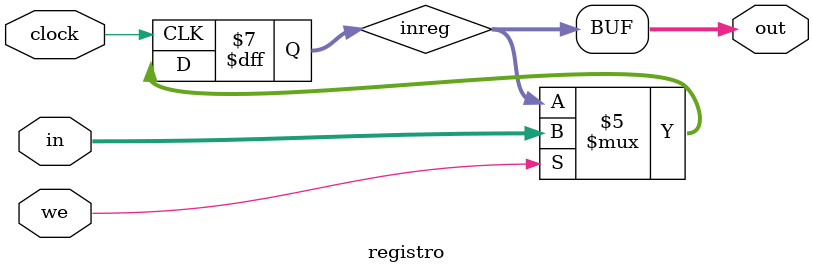
<source format=v>
module registro(output [31:0] out,
		input [31:0] in,
		input 	     we, input clock);

   // registro interno
   reg [31:0] 		     inreg;
   // inizializzazione a 0 
   initial
     begin
	inreg = 0;
     end
   // scrive quando il clock va alto sse write enable == 1
   always @(posedge clock)
     begin
	if(we == 1'b1)
	  begin
	     inreg = in;
	  end
     end
   // il valore dell'uscita e' sempre il contenuto del registro
   assign
     out = inreg;

endmodule // registro

</source>
